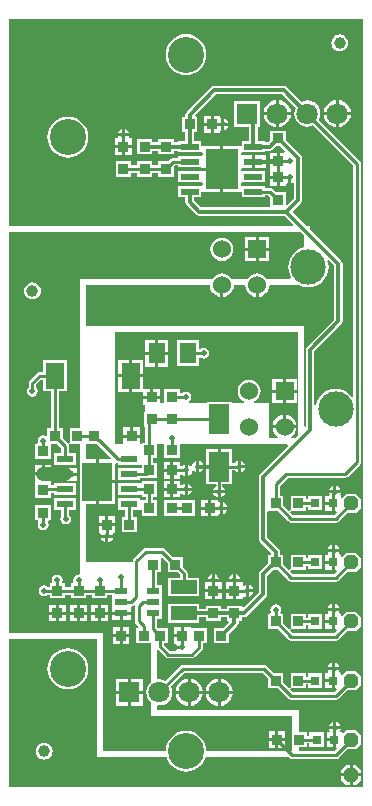
<source format=gtl>
G04*
G04 #@! TF.GenerationSoftware,Altium Limited,Altium Designer,20.0.11 (256)*
G04*
G04 Layer_Physical_Order=1*
G04 Layer_Color=255*
%FSLAX44Y44*%
%MOMM*%
G71*
G01*
G75*
%ADD11C,0.2500*%
%ADD14C,0.3000*%
%ADD16R,1.4400X1.8200*%
%ADD17R,0.9000X0.9000*%
%ADD18R,0.9000X0.9500*%
%ADD19R,2.5100X3.3000*%
%ADD20R,1.4500X0.6000*%
%ADD21R,1.6000X2.2000*%
%ADD22R,0.9000X0.9000*%
%ADD23R,1.7000X2.5000*%
%ADD24C,1.0000*%
%ADD25R,1.1000X0.6000*%
%ADD26R,2.2200X1.2000*%
%ADD27R,2.7100X3.4000*%
%ADD28R,1.5500X0.6000*%
%ADD50C,0.5000*%
%ADD51R,0.8000X0.8000*%
%ADD52C,1.2000*%
%ADD53C,3.0480*%
%ADD54C,3.0000*%
%ADD55R,1.5300X1.5300*%
%ADD56C,1.5300*%
%ADD57P,1.2989X8X292.5*%
%ADD58P,1.2989X8X202.5*%
%ADD59C,1.8000*%
%ADD60R,1.8000X1.8000*%
G36*
X233740Y538213D02*
X233254Y537040D01*
X229270D01*
Y530000D01*
X228000D01*
Y528730D01*
X220960D01*
Y522960D01*
Y517270D01*
X228000D01*
Y516000D01*
X229270D01*
Y508960D01*
X235040D01*
Y510505D01*
X236310Y511197D01*
X236730Y511114D01*
Y516000D01*
X239270D01*
Y511114D01*
X239967Y511252D01*
X240311Y511483D01*
X241431Y510884D01*
Y498478D01*
X235673Y492720D01*
X234500Y493206D01*
Y503500D01*
X226186D01*
X223393Y506293D01*
X222318Y507011D01*
X221050Y507264D01*
X216793D01*
Y508950D01*
X197403D01*
X197293Y508950D01*
X196133Y509216D01*
Y511385D01*
X197293Y511650D01*
X197403Y511650D01*
X216793D01*
Y521650D01*
X197403D01*
X197293Y521650D01*
X196728Y521779D01*
X196481Y522652D01*
X197310Y523810D01*
X205772D01*
Y529350D01*
Y534890D01*
X197310D01*
X196481Y536048D01*
X196728Y536921D01*
X197293Y537050D01*
X197403Y537050D01*
X216793D01*
Y538481D01*
X221050D01*
X222416Y538753D01*
X223573Y539527D01*
X226547Y542500D01*
X229453D01*
X233740Y538213D01*
D02*
G37*
G36*
X250000Y466953D02*
Y456673D01*
X247063Y455782D01*
X244110Y454203D01*
X241521Y452079D01*
X239397Y449490D01*
X237818Y446537D01*
X236846Y443333D01*
X236518Y440000D01*
X236846Y436668D01*
X237818Y433463D01*
X238990Y431270D01*
X238229Y430000D01*
X218727D01*
X217283Y431883D01*
X215267Y433429D01*
X212919Y434402D01*
X210400Y434733D01*
X207881Y434402D01*
X205533Y433429D01*
X203518Y431883D01*
X202073Y430000D01*
X188727D01*
X187283Y431883D01*
X185267Y433429D01*
X182919Y434402D01*
X180400Y434733D01*
X177881Y434402D01*
X175533Y433429D01*
X173517Y431883D01*
X172073Y430000D01*
X60000D01*
Y303500D01*
X51500D01*
Y291729D01*
X51500Y291680D01*
X51500Y291680D01*
Y291652D01*
X50249Y290604D01*
X49972Y290650D01*
X49843Y290843D01*
X45500Y295186D01*
Y303500D01*
X42314D01*
Y335000D01*
X49000D01*
Y361000D01*
X29000D01*
Y351314D01*
X26000D01*
X24732Y351061D01*
X23657Y350343D01*
X17657Y344343D01*
X16939Y343268D01*
X16686Y342000D01*
Y338140D01*
X15761Y336756D01*
X15412Y335000D01*
X15761Y333244D01*
X16756Y331756D01*
X18244Y330761D01*
X20000Y330412D01*
X21756Y330761D01*
X23244Y331756D01*
X24239Y333244D01*
X24588Y335000D01*
X24239Y336756D01*
X23314Y338140D01*
Y340628D01*
X27373Y344686D01*
X29000D01*
Y335000D01*
X35686D01*
Y303500D01*
X32500D01*
Y297601D01*
X31230Y296922D01*
X30756Y297239D01*
X29000Y297588D01*
X27244Y297239D01*
X25756Y296244D01*
X24761Y294756D01*
X24412Y293000D01*
X24657Y291770D01*
X23847Y290500D01*
X22500D01*
Y277500D01*
X35500D01*
Y290500D01*
X36770Y290500D01*
X40814D01*
X44186Y287127D01*
Y282400D01*
X38250D01*
Y272400D01*
X56750D01*
Y282400D01*
X50814D01*
Y288500D01*
X50629Y289429D01*
X51018Y290090D01*
X51537Y290456D01*
X52415Y290500D01*
X52708Y290500D01*
X60000D01*
Y180684D01*
X59026Y179616D01*
X58908Y179570D01*
X57244Y179239D01*
X55756Y178244D01*
X54761Y176756D01*
X54412Y175000D01*
X54657Y173770D01*
X53847Y172500D01*
X52500D01*
Y169314D01*
X47500D01*
Y172500D01*
X46153D01*
X45343Y173770D01*
X45588Y175000D01*
X45239Y176756D01*
X44244Y178244D01*
X42756Y179239D01*
X41000Y179588D01*
X39244Y179239D01*
X37756Y178244D01*
X36761Y176756D01*
X36412Y175000D01*
X36656Y173770D01*
X35847Y172500D01*
X34500D01*
Y169314D01*
X33140D01*
X31756Y170239D01*
X30000Y170588D01*
X28244Y170239D01*
X26756Y169244D01*
X25761Y167756D01*
X25412Y166000D01*
X25761Y164244D01*
X26756Y162756D01*
X28244Y161761D01*
X30000Y161412D01*
X31756Y161761D01*
X33140Y162686D01*
X34500D01*
Y159500D01*
X47500D01*
Y162686D01*
X52500D01*
Y159500D01*
X65500D01*
Y162686D01*
X70500D01*
Y159500D01*
X83500D01*
Y162686D01*
X87500D01*
Y152540D01*
X86960D01*
Y148270D01*
X95000D01*
X103040D01*
Y152540D01*
X104001Y153286D01*
X104768Y153439D01*
X105588Y153986D01*
X106376Y153621D01*
X106738Y153257D01*
X106686Y153000D01*
Y140000D01*
X106939Y138732D01*
X107657Y137657D01*
X109544Y135770D01*
X109018Y134500D01*
X107500D01*
Y121500D01*
X120000D01*
Y88264D01*
X119455Y87845D01*
X117691Y85548D01*
X116583Y82872D01*
X116205Y80000D01*
X116583Y77128D01*
X117691Y74453D01*
X119455Y72155D01*
X120000Y71736D01*
Y60000D01*
X240000D01*
Y46500D01*
X239500D01*
Y33500D01*
X240000D01*
Y30000D01*
X167323D01*
X166991Y33380D01*
X166005Y36629D01*
X164404Y39624D01*
X162250Y42249D01*
X159624Y44404D01*
X156629Y46005D01*
X153380Y46990D01*
X150000Y47323D01*
X146620Y46990D01*
X143371Y46005D01*
X140376Y44404D01*
X137751Y42249D01*
X135596Y39624D01*
X133995Y36629D01*
X133010Y33380D01*
X132677Y30000D01*
X80000D01*
X80000Y130000D01*
X-0D01*
X0Y470000D01*
X246953D01*
X250000Y466953D01*
D02*
G37*
G36*
X275431Y441522D02*
Y395478D01*
X252477Y372523D01*
X251703Y371366D01*
X251431Y370000D01*
Y304988D01*
X251270Y304880D01*
X250000Y305559D01*
Y390000D01*
X65000D01*
Y425000D01*
X170122D01*
X170472Y422340D01*
X171499Y419861D01*
X173132Y417732D01*
X175261Y416099D01*
X177740Y415072D01*
X179130Y414889D01*
Y425000D01*
X181670D01*
Y414889D01*
X183060Y415072D01*
X185539Y416099D01*
X187668Y417732D01*
X189301Y419861D01*
X190328Y422340D01*
X190678Y425000D01*
X200122D01*
X200472Y422340D01*
X201499Y419861D01*
X203132Y417732D01*
X205261Y416099D01*
X207740Y415072D01*
X209130Y414889D01*
Y425000D01*
X211670D01*
Y414889D01*
X213060Y415072D01*
X215539Y416099D01*
X217668Y417732D01*
X219301Y419861D01*
X220328Y422340D01*
X220678Y425000D01*
X245600D01*
X247063Y424218D01*
X250267Y423246D01*
X253600Y422918D01*
X256933Y423246D01*
X260137Y424218D01*
X263090Y425797D01*
X265679Y427921D01*
X267803Y430510D01*
X269382Y433463D01*
X270354Y436668D01*
X270682Y440000D01*
X270354Y443333D01*
X269714Y445443D01*
X270837Y446117D01*
X275431Y441522D01*
D02*
G37*
G36*
X245000Y297547D02*
X242453Y295000D01*
X239099D01*
X238909Y295373D01*
X238762Y296270D01*
X240668Y297732D01*
X242301Y299861D01*
X243328Y302340D01*
X243511Y303730D01*
X233400D01*
X223289D01*
X223472Y302340D01*
X224499Y299861D01*
X226132Y297732D01*
X228038Y296270D01*
X227891Y295373D01*
X227701Y295000D01*
X220000D01*
X220000Y325000D01*
X207793D01*
X207540Y326270D01*
X208267Y326571D01*
X210282Y328118D01*
X211829Y330133D01*
X212802Y332481D01*
X213133Y335000D01*
X212802Y337519D01*
X211829Y339867D01*
X210282Y341883D01*
X208267Y343429D01*
X205919Y344402D01*
X203400Y344733D01*
X200881Y344402D01*
X198533Y343429D01*
X196518Y341883D01*
X194971Y339867D01*
X193998Y337519D01*
X193667Y335000D01*
X193998Y332481D01*
X194971Y330133D01*
X196518Y328118D01*
X198533Y326571D01*
X199259Y326270D01*
X199007Y325000D01*
X188500D01*
Y325500D01*
X167500D01*
Y325000D01*
X152903D01*
X152517Y326270D01*
X153244Y326756D01*
X154239Y328244D01*
X154588Y330000D01*
X154239Y331756D01*
X153244Y333244D01*
X151756Y334239D01*
X150000Y334588D01*
X148244Y334239D01*
X146860Y333314D01*
X144500D01*
Y336500D01*
X131500D01*
Y325000D01*
X128040D01*
Y328730D01*
X121000D01*
X113960D01*
Y322960D01*
X115000D01*
Y317500D01*
X114500D01*
Y304500D01*
X115000D01*
Y291500D01*
X112500D01*
Y290000D01*
X111040D01*
Y295730D01*
X104000D01*
X96960D01*
Y290000D01*
X90000D01*
Y385000D01*
X245000D01*
X245000Y297547D01*
D02*
G37*
G36*
X300000Y0D02*
X0D01*
X-0Y125000D01*
X75000D01*
X75000Y25000D01*
X133501D01*
X133995Y23371D01*
X135596Y20376D01*
X137751Y17751D01*
X140376Y15596D01*
X143371Y13995D01*
X146620Y13009D01*
X150000Y12677D01*
X153380Y13009D01*
X156629Y13995D01*
X159624Y15596D01*
X162250Y17751D01*
X164404Y20376D01*
X166005Y23371D01*
X166499Y25000D01*
X237314D01*
X237657Y24657D01*
X238732Y23939D01*
X240000Y23686D01*
X277000D01*
X278268Y23939D01*
X279343Y24657D01*
X286686Y32000D01*
X294000D01*
X298000Y36000D01*
Y44000D01*
X294000Y48000D01*
X286000D01*
X283213Y45213D01*
X282040Y45699D01*
Y46540D01*
X281097D01*
X280498Y47660D01*
X280748Y48033D01*
X280886Y48730D01*
X271114D01*
X271252Y48033D01*
X271502Y47660D01*
X270903Y46540D01*
X268960D01*
Y41270D01*
X275500D01*
Y40000D01*
X276770D01*
Y33460D01*
X277115D01*
X277600Y32287D01*
X275627Y30314D01*
X246000D01*
Y33500D01*
X252500D01*
Y36686D01*
X254500D01*
Y34000D01*
X266500D01*
Y46000D01*
X254500D01*
Y43314D01*
X252500D01*
Y46500D01*
X246000D01*
Y65000D01*
X125000D01*
Y68245D01*
X125955Y69082D01*
X127300Y68905D01*
X130172Y69283D01*
X132847Y70392D01*
X135145Y72155D01*
X136909Y74453D01*
X138017Y77128D01*
X138395Y80000D01*
X138017Y82872D01*
X137092Y85105D01*
X148673Y96686D01*
X214627D01*
X219500Y91814D01*
Y83500D01*
X227814D01*
X236657Y74657D01*
X237732Y73939D01*
X239000Y73686D01*
X277000D01*
X278268Y73939D01*
X279343Y74657D01*
X286686Y82000D01*
X294000D01*
X298000Y86000D01*
Y94000D01*
X294000Y98000D01*
X286000D01*
X282310Y94310D01*
X281040Y94748D01*
Y96540D01*
X280097D01*
X279498Y97660D01*
X279748Y98034D01*
X279886Y98730D01*
X270114D01*
X270252Y98034D01*
X270502Y97660D01*
X269903Y96540D01*
X267960D01*
Y91270D01*
X274500D01*
Y90000D01*
X275770D01*
Y83460D01*
X277114D01*
X277600Y82287D01*
X275627Y80314D01*
X240373D01*
X238425Y82261D01*
X238982Y83500D01*
X239570Y83500D01*
X251500D01*
Y86686D01*
X253500D01*
Y84000D01*
X265500D01*
Y96000D01*
X253500D01*
Y93314D01*
X251500D01*
Y96500D01*
X238500D01*
Y84658D01*
X238500Y83982D01*
X237261Y83425D01*
X232500Y88186D01*
Y96500D01*
X224186D01*
X218343Y102343D01*
X217268Y103061D01*
X216000Y103314D01*
X147300D01*
X146032Y103061D01*
X144957Y102343D01*
X132405Y89792D01*
X130172Y90717D01*
X127300Y91095D01*
X125955Y90918D01*
X125000Y91755D01*
Y115518D01*
X126270Y116044D01*
X132657Y109657D01*
X133732Y108939D01*
X135000Y108686D01*
X155000D01*
X156268Y108939D01*
X157343Y109657D01*
X163343Y115657D01*
X164061Y116732D01*
X164314Y118000D01*
Y121500D01*
X167500D01*
Y134500D01*
X155086D01*
X154040Y135040D01*
X154040Y135040D01*
X154040Y135040D01*
X148270D01*
Y128000D01*
X147000D01*
Y126730D01*
X139960D01*
Y120960D01*
X141505D01*
X142198Y119690D01*
X142114Y119270D01*
X147000D01*
Y116730D01*
X142114D01*
X142143Y116584D01*
X141322Y115314D01*
X136373D01*
X131456Y120230D01*
X131658Y121500D01*
X134500D01*
Y134500D01*
X126186D01*
X125314Y135372D01*
Y142000D01*
X129500D01*
Y151500D01*
Y161000D01*
Y171000D01*
X125314D01*
Y181500D01*
X128500D01*
Y194018D01*
X129739Y194575D01*
X134500Y189814D01*
Y181500D01*
X142814D01*
X144686Y179627D01*
Y177200D01*
X134900D01*
Y161200D01*
X161100D01*
Y177200D01*
X151314D01*
Y181000D01*
X151061Y182268D01*
X150343Y183343D01*
X147500Y186186D01*
Y194500D01*
X139186D01*
X132343Y201343D01*
X131268Y202061D01*
X130000Y202314D01*
X116000D01*
X114732Y202061D01*
X113657Y201343D01*
X105657Y193343D01*
X104939Y192268D01*
X104686Y191000D01*
Y190000D01*
X65000D01*
Y239310D01*
X73480D01*
Y258350D01*
Y277390D01*
X65000D01*
Y290000D01*
X74814D01*
X86250Y278563D01*
X85764Y277390D01*
X76020D01*
Y259620D01*
X89840D01*
Y273590D01*
X91024Y274286D01*
X91110Y274283D01*
X92100Y274086D01*
X92750D01*
Y272400D01*
X111250D01*
Y272400D01*
X112500Y272352D01*
Y269748D01*
X111250Y269700D01*
Y269700D01*
X92750D01*
Y259700D01*
X111250D01*
Y261386D01*
X115700D01*
X116271Y261500D01*
X125500D01*
Y274500D01*
X122314D01*
Y278500D01*
X125500D01*
Y290000D01*
X131500D01*
Y278500D01*
X144500D01*
Y290000D01*
X235794Y290000D01*
X236280Y288827D01*
X212477Y265023D01*
X211703Y263866D01*
X211431Y262500D01*
Y210000D01*
X211703Y208634D01*
X212477Y207477D01*
X222183Y197770D01*
X221832Y196500D01*
X219500D01*
Y189539D01*
X219477Y189523D01*
X212477Y182523D01*
X211703Y181366D01*
X211431Y180000D01*
Y164478D01*
X198770Y151817D01*
X197500Y152343D01*
Y153500D01*
X184500D01*
Y150569D01*
X179500D01*
Y153500D01*
X166500D01*
Y150569D01*
X161100D01*
Y155000D01*
X134900D01*
Y139000D01*
X161100D01*
Y143431D01*
X166500D01*
Y140500D01*
X179500D01*
Y143431D01*
X184500D01*
Y140500D01*
X185657D01*
X186183Y139230D01*
X181453Y134500D01*
X173500D01*
Y121500D01*
X186500D01*
Y129453D01*
X193523Y136477D01*
X194297Y137634D01*
X194569Y139000D01*
Y140500D01*
X197500D01*
Y143431D01*
X199000D01*
X200366Y143703D01*
X201523Y144477D01*
X217523Y160477D01*
X218297Y161634D01*
X218569Y163000D01*
Y178522D01*
X223547Y183500D01*
X227814D01*
X236657Y174657D01*
X237732Y173939D01*
X239000Y173686D01*
X277000D01*
X278268Y173939D01*
X279343Y174657D01*
X286686Y182000D01*
X294000D01*
X298000Y186000D01*
Y194000D01*
X294000Y198000D01*
X286000D01*
X282310Y194310D01*
X281040Y194748D01*
Y196540D01*
X280097D01*
X279498Y197660D01*
X279748Y198034D01*
X279886Y198730D01*
X270114D01*
X270252Y198034D01*
X270502Y197660D01*
X269903Y196540D01*
X267960D01*
Y191270D01*
X274500D01*
Y190000D01*
X275770D01*
Y183460D01*
X277114D01*
X277600Y182287D01*
X275627Y180314D01*
X240373D01*
X238425Y182261D01*
X238982Y183500D01*
X239570Y183500D01*
X251500D01*
Y186686D01*
X253500D01*
Y184000D01*
X265500D01*
Y196000D01*
X253500D01*
Y193314D01*
X251500D01*
Y196500D01*
X238500D01*
Y184658D01*
X238500Y183982D01*
X237261Y183425D01*
X232500Y188186D01*
Y196500D01*
X229569D01*
Y199000D01*
X229297Y200366D01*
X228523Y201523D01*
X218569Y211478D01*
Y232683D01*
X219500Y233500D01*
X219839Y233500D01*
X227814D01*
X236657Y224657D01*
X237732Y223939D01*
X239000Y223686D01*
X277000D01*
X278268Y223939D01*
X279343Y224657D01*
X286686Y232000D01*
X294000D01*
X298000Y236000D01*
Y244000D01*
X294000Y248000D01*
X286000D01*
X282310Y244310D01*
X281040Y244748D01*
Y246540D01*
X281040D01*
X280466Y247613D01*
X280748Y248034D01*
X280886Y248730D01*
X271114D01*
X271252Y248034D01*
X271502Y247660D01*
X270903Y246540D01*
X267960D01*
Y241270D01*
X274500D01*
Y240000D01*
X275770D01*
Y233460D01*
X277115D01*
X277600Y232287D01*
X275627Y230314D01*
X240373D01*
X238425Y232261D01*
X238982Y233500D01*
X239570Y233500D01*
X251500D01*
Y236686D01*
X253500D01*
Y234000D01*
X265500D01*
Y246000D01*
X253500D01*
Y243314D01*
X251500D01*
Y246500D01*
X238500D01*
Y234658D01*
X238500Y233982D01*
X237261Y233425D01*
X232500Y238186D01*
Y246500D01*
X229314D01*
Y254627D01*
X236373Y261686D01*
X285000D01*
X286268Y261939D01*
X287343Y262657D01*
X297343Y272657D01*
X298061Y273732D01*
X298314Y275000D01*
Y527700D01*
X298061Y528968D01*
X297343Y530043D01*
X262492Y564895D01*
X263417Y567128D01*
X263795Y570000D01*
X263417Y572872D01*
X262309Y575547D01*
X260545Y577845D01*
X258247Y579608D01*
X255572Y580717D01*
X252700Y581095D01*
X249828Y580717D01*
X247850Y579897D01*
X235223Y592523D01*
X234066Y593297D01*
X232700Y593569D01*
X174000D01*
X172634Y593297D01*
X171477Y592523D01*
X150477Y571523D01*
X149703Y570366D01*
X149431Y569000D01*
Y567500D01*
X146500D01*
Y554500D01*
X149474D01*
Y547050D01*
X143293D01*
Y545619D01*
X139500D01*
Y548500D01*
X126500D01*
Y545569D01*
X121500D01*
Y548500D01*
X108500D01*
Y535500D01*
X121500D01*
Y538431D01*
X126500D01*
Y535500D01*
X139500D01*
Y538481D01*
X143293D01*
Y537050D01*
X162683D01*
X162793Y537050D01*
X163953Y536785D01*
Y534616D01*
X162793Y534350D01*
X162683Y534350D01*
X143293D01*
Y532664D01*
X139350D01*
X138082Y532411D01*
X137007Y531693D01*
X134814Y529500D01*
X126500D01*
Y526314D01*
X121500D01*
Y529500D01*
X108500D01*
Y526314D01*
X103500D01*
Y529500D01*
X90500D01*
Y516500D01*
X103500D01*
Y519686D01*
X108500D01*
Y516500D01*
X121500D01*
Y519686D01*
X126500D01*
Y516500D01*
X139500D01*
Y524814D01*
X140723Y526036D01*
X143293D01*
Y524350D01*
X162683D01*
X162793Y524350D01*
X163142Y524270D01*
X178773D01*
Y542540D01*
X164063D01*
X163953Y542540D01*
X162793Y542805D01*
Y547050D01*
X156611D01*
Y554500D01*
X159500D01*
Y567500D01*
X158343D01*
X157817Y568770D01*
X175478Y586431D01*
X231222D01*
X242803Y574850D01*
X241983Y572872D01*
X241605Y570000D01*
X241983Y567128D01*
X243092Y564453D01*
X244855Y562155D01*
X247153Y560392D01*
X249828Y559283D01*
X252700Y558905D01*
X255572Y559283D01*
X257805Y560208D01*
X291686Y526327D01*
Y330416D01*
X290416Y329962D01*
X288679Y332079D01*
X286090Y334203D01*
X283137Y335782D01*
X279933Y336754D01*
X276600Y337082D01*
X273267Y336754D01*
X270063Y335782D01*
X267110Y334203D01*
X264521Y332079D01*
X262397Y329490D01*
X260818Y326537D01*
X259846Y323333D01*
X259839Y323257D01*
X258569Y323320D01*
Y368522D01*
X281523Y391477D01*
X282297Y392634D01*
X282569Y394000D01*
Y443000D01*
X282297Y444366D01*
X281523Y445523D01*
X255000Y472047D01*
Y475000D01*
X252047D01*
X240047Y487000D01*
X247523Y494477D01*
X248297Y495634D01*
X248569Y497000D01*
Y532000D01*
X248297Y533366D01*
X247523Y534523D01*
X234500Y547547D01*
Y555500D01*
X221500D01*
Y547547D01*
X219572Y545619D01*
X216793D01*
Y547050D01*
X210611D01*
Y559000D01*
X212900D01*
Y581000D01*
X190900D01*
Y559000D01*
X203474D01*
Y547050D01*
X197293D01*
Y542805D01*
X196133Y542540D01*
X196022Y542540D01*
X181313D01*
Y523000D01*
Y503460D01*
X196022D01*
X196133Y503460D01*
X197293Y503195D01*
Y498950D01*
X216793D01*
Y500636D01*
X219678D01*
X221500Y498814D01*
Y490569D01*
X162478D01*
X156611Y496436D01*
Y498950D01*
X162793D01*
Y503195D01*
X163953Y503460D01*
X164063Y503460D01*
X178773D01*
Y521730D01*
X163142D01*
X162793Y521650D01*
X162683Y521650D01*
X143293D01*
Y511650D01*
X162683D01*
X162793Y511650D01*
X163953Y511385D01*
Y509216D01*
X162793Y508950D01*
X162683Y508950D01*
X143293D01*
Y498950D01*
X149474D01*
Y494957D01*
X149746Y493592D01*
X150519Y492434D01*
X158477Y484477D01*
X159634Y483703D01*
X161000Y483431D01*
X233522D01*
X240780Y476173D01*
X240294Y475000D01*
X0D01*
Y650000D01*
X300000D01*
Y0D01*
D02*
G37*
%LPC*%
G36*
X226730Y537040D02*
X220960D01*
Y531270D01*
X226730D01*
Y537040D01*
D02*
G37*
G36*
X208312Y534890D02*
Y530620D01*
X217333D01*
Y534890D01*
X208312D01*
D02*
G37*
G36*
X217333Y528080D02*
X208312D01*
Y523810D01*
X217333D01*
Y528080D01*
D02*
G37*
G36*
X226730Y514730D02*
X220960D01*
Y508960D01*
X226730D01*
Y514730D01*
D02*
G37*
G36*
X220590Y465190D02*
X211670D01*
Y456270D01*
X220590D01*
Y465190D01*
D02*
G37*
G36*
X209130D02*
X200210D01*
Y456270D01*
X209130D01*
Y465190D01*
D02*
G37*
G36*
X180400Y464733D02*
X177881Y464402D01*
X175533Y463429D01*
X173517Y461883D01*
X171971Y459867D01*
X170998Y457519D01*
X170667Y455000D01*
X170998Y452481D01*
X171971Y450133D01*
X173517Y448118D01*
X175533Y446571D01*
X177881Y445598D01*
X180400Y445267D01*
X182919Y445598D01*
X185267Y446571D01*
X187283Y448118D01*
X188829Y450133D01*
X189802Y452481D01*
X190133Y455000D01*
X189802Y457519D01*
X188829Y459867D01*
X187283Y461883D01*
X185267Y463429D01*
X182919Y464402D01*
X180400Y464733D01*
D02*
G37*
G36*
X220590Y453730D02*
X211670D01*
Y444810D01*
X220590D01*
Y453730D01*
D02*
G37*
G36*
X209130D02*
X200210D01*
Y444810D01*
X209130D01*
Y453730D01*
D02*
G37*
G36*
X20000Y427060D02*
X18173Y426820D01*
X16470Y426115D01*
X15007Y424992D01*
X13886Y423530D01*
X13180Y421827D01*
X12940Y420000D01*
X13180Y418173D01*
X13886Y416470D01*
X15007Y415008D01*
X16470Y413885D01*
X18173Y413180D01*
X20000Y412940D01*
X21827Y413180D01*
X23530Y413885D01*
X24992Y415008D01*
X26114Y416470D01*
X26820Y418173D01*
X27060Y420000D01*
X26820Y421827D01*
X26114Y423530D01*
X24992Y424992D01*
X23530Y426115D01*
X21827Y426820D01*
X20000Y427060D01*
D02*
G37*
G36*
X36040Y272040D02*
X30270D01*
Y266270D01*
X36040D01*
Y272040D01*
D02*
G37*
G36*
X27730D02*
X21960D01*
Y266270D01*
X27730D01*
Y272040D01*
D02*
G37*
G36*
X57290Y270240D02*
X48770D01*
Y265970D01*
X57290D01*
Y270240D01*
D02*
G37*
G36*
X46230D02*
X37710D01*
Y265970D01*
X46230D01*
Y270240D01*
D02*
G37*
G36*
X57290Y263430D02*
X48770D01*
Y259160D01*
X57290D01*
Y263430D01*
D02*
G37*
G36*
X46230D02*
X37710D01*
Y259160D01*
X46230D01*
Y263430D01*
D02*
G37*
G36*
X36040Y263730D02*
X21960D01*
Y257960D01*
X22500Y256914D01*
X22500Y256690D01*
Y244500D01*
X35500D01*
Y248686D01*
X38250D01*
Y247000D01*
X56750D01*
Y257000D01*
X38250D01*
Y255314D01*
X36398D01*
X35500Y256212D01*
X35500Y256914D01*
X36040Y257960D01*
X36040Y258546D01*
Y263730D01*
D02*
G37*
G36*
X56750Y244300D02*
X38250D01*
Y234300D01*
X44186D01*
Y229392D01*
X43761Y228756D01*
X43412Y227000D01*
X43761Y225244D01*
X44756Y223756D01*
X46244Y222761D01*
X48000Y222412D01*
X49756Y222761D01*
X51244Y223756D01*
X52239Y225244D01*
X52588Y227000D01*
X52239Y228756D01*
X51244Y230244D01*
X50814Y230532D01*
Y234300D01*
X56750D01*
Y244300D01*
D02*
G37*
G36*
X35500Y238500D02*
X22500D01*
Y225500D01*
X24399D01*
X25078Y224230D01*
X24761Y223756D01*
X24412Y222000D01*
X24761Y220244D01*
X25756Y218756D01*
X27244Y217761D01*
X29000Y217412D01*
X30756Y217761D01*
X32244Y218756D01*
X33239Y220244D01*
X33588Y222000D01*
X33239Y223756D01*
X32922Y224230D01*
X33601Y225500D01*
X35500D01*
Y238500D01*
D02*
G37*
G36*
X84040Y154040D02*
X78270D01*
Y148270D01*
X84040D01*
Y154040D01*
D02*
G37*
G36*
X75730D02*
X69960D01*
Y148270D01*
X75730D01*
Y154040D01*
D02*
G37*
G36*
X66040D02*
X60270D01*
Y148270D01*
X66040D01*
Y154040D01*
D02*
G37*
G36*
X57730D02*
X51960D01*
Y148270D01*
X57730D01*
Y154040D01*
D02*
G37*
G36*
X48040D02*
X42270D01*
Y148270D01*
X48040D01*
Y154040D01*
D02*
G37*
G36*
X39730D02*
X33960D01*
Y148270D01*
X39730D01*
Y154040D01*
D02*
G37*
G36*
X103040Y145730D02*
X96270D01*
Y141460D01*
X103040D01*
Y145730D01*
D02*
G37*
G36*
X93730D02*
X86960D01*
Y141460D01*
X93730D01*
Y145730D01*
D02*
G37*
G36*
X84040D02*
X78270D01*
Y139960D01*
X84040D01*
Y145730D01*
D02*
G37*
G36*
X75730D02*
X69960D01*
Y139960D01*
X75730D01*
Y145730D01*
D02*
G37*
G36*
X66040D02*
X60270D01*
Y139960D01*
X66040D01*
Y145730D01*
D02*
G37*
G36*
X57730D02*
X51960D01*
Y139960D01*
X57730D01*
Y145730D01*
D02*
G37*
G36*
X48040D02*
X42270D01*
Y139960D01*
X48040D01*
Y145730D01*
D02*
G37*
G36*
X39730D02*
X33960D01*
Y139960D01*
X39730D01*
Y145730D01*
D02*
G37*
G36*
X102040Y135040D02*
X96270D01*
Y129270D01*
X102040D01*
Y135040D01*
D02*
G37*
G36*
X93730D02*
X87960D01*
Y129270D01*
X93730D01*
Y135040D01*
D02*
G37*
G36*
X102040Y126730D02*
X96270D01*
Y120960D01*
X102040D01*
Y126730D01*
D02*
G37*
G36*
X93730D02*
X87960D01*
Y120960D01*
X93730D01*
Y126730D01*
D02*
G37*
G36*
X113440Y91540D02*
X103170D01*
Y81270D01*
X113440D01*
Y91540D01*
D02*
G37*
G36*
X100630D02*
X90360D01*
Y81270D01*
X100630D01*
Y91540D01*
D02*
G37*
G36*
X113440Y78730D02*
X103170D01*
Y68460D01*
X113440D01*
Y78730D01*
D02*
G37*
G36*
X100630D02*
X90360D01*
Y68460D01*
X100630D01*
Y78730D01*
D02*
G37*
G36*
X234040Y47040D02*
X228270D01*
Y41270D01*
X234040D01*
Y47040D01*
D02*
G37*
G36*
X225730D02*
X219960D01*
Y41270D01*
X225730D01*
Y47040D01*
D02*
G37*
G36*
X234040Y38730D02*
X228270D01*
Y32960D01*
X234040D01*
Y38730D01*
D02*
G37*
G36*
X225730D02*
X219960D01*
Y32960D01*
X225730D01*
Y38730D01*
D02*
G37*
G36*
X134740Y378640D02*
X126270D01*
Y368270D01*
X134740D01*
Y378640D01*
D02*
G37*
G36*
X123730D02*
X115260D01*
Y368270D01*
X123730D01*
Y378640D01*
D02*
G37*
G36*
X160920Y378100D02*
X142520D01*
Y355900D01*
X160920D01*
Y362980D01*
X162190Y363465D01*
X163244Y362761D01*
X165000Y362412D01*
X166756Y362761D01*
X168244Y363756D01*
X169239Y365244D01*
X169588Y367000D01*
X169239Y368756D01*
X168244Y370244D01*
X166756Y371239D01*
X165000Y371588D01*
X163244Y371239D01*
X162190Y370535D01*
X160920Y371020D01*
Y378100D01*
D02*
G37*
G36*
X134740Y365730D02*
X126270D01*
Y355360D01*
X134740D01*
Y365730D01*
D02*
G37*
G36*
X123730D02*
X115260D01*
Y355360D01*
X123730D01*
Y365730D01*
D02*
G37*
G36*
X113540Y361540D02*
X104270D01*
Y349270D01*
X113540D01*
Y361540D01*
D02*
G37*
G36*
X101730D02*
X92460D01*
Y349270D01*
X101730D01*
Y361540D01*
D02*
G37*
G36*
X243590Y345190D02*
X234670D01*
Y336270D01*
X243590D01*
Y345190D01*
D02*
G37*
G36*
X232130D02*
X223210D01*
Y336270D01*
X232130D01*
Y345190D01*
D02*
G37*
G36*
X101730Y346730D02*
X92460D01*
Y334460D01*
X101730D01*
Y346730D01*
D02*
G37*
G36*
X122270Y337040D02*
Y331270D01*
X128040D01*
Y337040D01*
X122270D01*
D02*
G37*
G36*
X113540Y346730D02*
X104270D01*
Y334460D01*
X112690D01*
X113540Y334460D01*
X113960Y333364D01*
Y331270D01*
X119730D01*
Y337040D01*
X114810D01*
X113960Y337040D01*
X113540Y338136D01*
Y346730D01*
D02*
G37*
G36*
X243590Y333730D02*
X234670D01*
Y324810D01*
X243590D01*
Y333730D01*
D02*
G37*
G36*
X232130D02*
X223210D01*
Y324810D01*
X232130D01*
Y333730D01*
D02*
G37*
G36*
X234670Y315111D02*
Y306270D01*
X243511D01*
X243328Y307660D01*
X242301Y310139D01*
X240668Y312268D01*
X238539Y313901D01*
X236060Y314928D01*
X234670Y315111D01*
D02*
G37*
G36*
X232130D02*
X230740Y314928D01*
X228261Y313901D01*
X226132Y312268D01*
X224499Y310139D01*
X223472Y307660D01*
X223289Y306270D01*
X232130D01*
Y315111D01*
D02*
G37*
G36*
X111040Y304290D02*
X105270D01*
Y298270D01*
X111040D01*
Y304290D01*
D02*
G37*
G36*
X102730D02*
X96960D01*
Y298270D01*
X102730D01*
Y304290D01*
D02*
G37*
G36*
X280000Y637060D02*
X278173Y636820D01*
X276470Y636115D01*
X275008Y634992D01*
X273885Y633530D01*
X273180Y631827D01*
X272940Y630000D01*
X273180Y628173D01*
X273885Y626470D01*
X275008Y625008D01*
X276470Y623885D01*
X278173Y623180D01*
X280000Y622940D01*
X281827Y623180D01*
X283530Y623885D01*
X284992Y625008D01*
X286115Y626470D01*
X286820Y628173D01*
X287060Y630000D01*
X286820Y631827D01*
X286115Y633530D01*
X284992Y634992D01*
X283530Y636115D01*
X281827Y636820D01*
X280000Y637060D01*
D02*
G37*
G36*
X150000Y637323D02*
X146620Y636991D01*
X143371Y636005D01*
X140376Y634404D01*
X137751Y632249D01*
X135596Y629624D01*
X133995Y626629D01*
X133010Y623380D01*
X132677Y620000D01*
X133010Y616620D01*
X133995Y613371D01*
X135596Y610376D01*
X137751Y607751D01*
X140376Y605596D01*
X143371Y603995D01*
X146620Y603009D01*
X150000Y602677D01*
X153380Y603009D01*
X156629Y603995D01*
X159624Y605596D01*
X162250Y607751D01*
X164404Y610376D01*
X166005Y613371D01*
X166991Y616620D01*
X167323Y620000D01*
X166991Y623380D01*
X166005Y626629D01*
X164404Y629624D01*
X162250Y632249D01*
X159624Y634404D01*
X156629Y636005D01*
X153380Y636991D01*
X150000Y637323D01*
D02*
G37*
G36*
X228570Y581472D02*
Y571270D01*
X238772D01*
X238543Y573013D01*
X237380Y575820D01*
X235530Y578230D01*
X233120Y580080D01*
X230312Y581243D01*
X228570Y581472D01*
D02*
G37*
G36*
X279370D02*
Y571270D01*
X289572D01*
X289343Y573013D01*
X288180Y575820D01*
X286330Y578230D01*
X283920Y580080D01*
X281112Y581243D01*
X279370Y581472D01*
D02*
G37*
G36*
X226030Y581472D02*
X224287Y581243D01*
X221480Y580080D01*
X219070Y578230D01*
X217220Y575820D01*
X216057Y573013D01*
X215828Y571270D01*
X226030D01*
Y581472D01*
D02*
G37*
G36*
X276830D02*
X275088Y581243D01*
X272280Y580080D01*
X269870Y578230D01*
X268020Y575820D01*
X266857Y573013D01*
X266628Y571270D01*
X276830D01*
Y581472D01*
D02*
G37*
G36*
X182270Y565886D02*
Y562270D01*
X185886D01*
X185748Y562966D01*
X184634Y564634D01*
X182966Y565748D01*
X182270Y565886D01*
D02*
G37*
G36*
X170730Y568040D02*
X164960D01*
Y562270D01*
X170730D01*
Y568040D01*
D02*
G37*
G36*
X289572Y568730D02*
X279370D01*
Y558528D01*
X281112Y558757D01*
X283920Y559920D01*
X286330Y561770D01*
X288180Y564180D01*
X289343Y566987D01*
X289572Y568730D01*
D02*
G37*
G36*
X238772D02*
X228570D01*
Y558528D01*
X230312Y558757D01*
X233120Y559920D01*
X235530Y561770D01*
X237380Y564180D01*
X238543Y566987D01*
X238772Y568730D01*
D02*
G37*
G36*
X276830D02*
X266628D01*
X266857Y566987D01*
X268020Y564180D01*
X269870Y561770D01*
X272280Y559920D01*
X275088Y558757D01*
X276830Y558528D01*
Y568730D01*
D02*
G37*
G36*
X226030D02*
X215828D01*
X216057Y566987D01*
X217220Y564180D01*
X219070Y561770D01*
X221480Y559920D01*
X224287Y558757D01*
X226030Y558528D01*
Y568730D01*
D02*
G37*
G36*
X185886Y559730D02*
X182270D01*
Y556114D01*
X182966Y556252D01*
X184634Y557366D01*
X185748Y559034D01*
X185886Y559730D01*
D02*
G37*
G36*
X179040Y568040D02*
X173270D01*
Y561000D01*
Y553960D01*
X179040D01*
Y555250D01*
X179730Y555816D01*
Y561000D01*
Y566184D01*
X179040Y566750D01*
Y568040D01*
D02*
G37*
G36*
X170730Y559730D02*
X164960D01*
Y553960D01*
X170730D01*
Y559730D01*
D02*
G37*
G36*
X98270Y556886D02*
Y553270D01*
X101886D01*
X101748Y553966D01*
X100634Y555634D01*
X98967Y556748D01*
X98270Y556886D01*
D02*
G37*
G36*
X95730D02*
X95034Y556748D01*
X93366Y555634D01*
X92252Y553966D01*
X92114Y553270D01*
X95730D01*
Y556886D01*
D02*
G37*
G36*
X101886Y550730D02*
X92114D01*
X92198Y550310D01*
X91505Y549040D01*
X89960D01*
Y543270D01*
X104040D01*
Y549040D01*
X102495D01*
X101803Y550310D01*
X101886Y550730D01*
D02*
G37*
G36*
X104040Y540730D02*
X98270D01*
Y534960D01*
X104040D01*
Y540730D01*
D02*
G37*
G36*
X95730D02*
X89960D01*
Y534960D01*
X95730D01*
Y540730D01*
D02*
G37*
G36*
X50000Y567323D02*
X46620Y566991D01*
X43371Y566005D01*
X40376Y564404D01*
X37750Y562249D01*
X35596Y559624D01*
X33995Y556629D01*
X33010Y553380D01*
X32677Y550000D01*
X33010Y546620D01*
X33995Y543371D01*
X35596Y540376D01*
X37750Y537751D01*
X40376Y535596D01*
X43371Y533995D01*
X46620Y533009D01*
X50000Y532677D01*
X53380Y533009D01*
X56629Y533995D01*
X59624Y535596D01*
X62249Y537751D01*
X64404Y540376D01*
X66005Y543371D01*
X66990Y546620D01*
X67323Y550000D01*
X66990Y553380D01*
X66005Y556629D01*
X64404Y559624D01*
X62249Y562249D01*
X59624Y564404D01*
X56629Y566005D01*
X53380Y566991D01*
X50000Y567323D01*
D02*
G37*
G36*
X196270Y275886D02*
Y272270D01*
X199886D01*
X199748Y272966D01*
X198634Y274634D01*
X196966Y275748D01*
X196270Y275886D01*
D02*
G37*
G36*
X161270D02*
Y272270D01*
X164886D01*
X164748Y272966D01*
X163634Y274634D01*
X161966Y275748D01*
X161270Y275886D01*
D02*
G37*
G36*
X176730Y286040D02*
X166960D01*
Y272270D01*
X176730D01*
Y286040D01*
D02*
G37*
G36*
X158730Y275886D02*
X158034Y275748D01*
X156366Y274634D01*
X155252Y272966D01*
X155027Y271834D01*
X153679Y271566D01*
X153634Y271634D01*
X151966Y272748D01*
X151270Y272886D01*
Y268000D01*
Y263114D01*
X151966Y263252D01*
X153634Y264366D01*
X154748Y266033D01*
X154973Y267166D01*
X156321Y267434D01*
X156366Y267366D01*
X158034Y266252D01*
X158730Y266114D01*
Y271000D01*
Y275886D01*
D02*
G37*
G36*
X136730Y275040D02*
X130960D01*
Y269270D01*
X136730D01*
Y275040D01*
D02*
G37*
G36*
X199886Y269730D02*
X196270D01*
Y266114D01*
X196966Y266252D01*
X198634Y267366D01*
X199748Y269034D01*
X199886Y269730D01*
D02*
G37*
G36*
X189040Y286040D02*
X179270D01*
Y271000D01*
X178000D01*
Y269730D01*
X166960D01*
Y255960D01*
X175207D01*
X175959Y254783D01*
X175947Y254690D01*
X174366Y253634D01*
X173252Y251966D01*
X173114Y251270D01*
X182886D01*
X182748Y251966D01*
X181634Y253634D01*
X180053Y254690D01*
X180040Y254783D01*
X180793Y255960D01*
X189040D01*
Y268207D01*
X190217Y268960D01*
X190310Y268947D01*
X191366Y267366D01*
X193034Y266252D01*
X193730Y266114D01*
Y271000D01*
Y275886D01*
X193034Y275748D01*
X191366Y274634D01*
X190310Y273053D01*
X190217Y273040D01*
X189040Y273793D01*
Y286040D01*
D02*
G37*
G36*
X164886Y269730D02*
X161270D01*
Y266114D01*
X161966Y266252D01*
X163634Y267366D01*
X164748Y269034D01*
X164886Y269730D01*
D02*
G37*
G36*
X145040Y275040D02*
X139270D01*
Y268000D01*
Y260960D01*
X145040D01*
Y264065D01*
X146310Y264451D01*
X146366Y264366D01*
X148034Y263252D01*
X148730Y263114D01*
Y268000D01*
Y272886D01*
X148034Y272748D01*
X146366Y271634D01*
X146310Y271549D01*
X145040Y271935D01*
Y275040D01*
D02*
G37*
G36*
X136730Y266730D02*
X130960D01*
Y260960D01*
X136730D01*
Y266730D01*
D02*
G37*
G36*
X151270Y256886D02*
Y253270D01*
X154886D01*
X154748Y253967D01*
X153634Y255634D01*
X151966Y256748D01*
X151270Y256886D01*
D02*
G37*
G36*
X136730Y259040D02*
X130960D01*
Y253270D01*
X136730D01*
Y259040D01*
D02*
G37*
G36*
X277270Y254886D02*
Y251270D01*
X280886D01*
X280748Y251966D01*
X279634Y253634D01*
X277966Y254748D01*
X277270Y254886D01*
D02*
G37*
G36*
X274730D02*
X274034Y254748D01*
X272366Y253634D01*
X271252Y251966D01*
X271114Y251270D01*
X274730D01*
Y254886D01*
D02*
G37*
G36*
X154886Y250730D02*
X151270D01*
Y247114D01*
X151966Y247252D01*
X153634Y248366D01*
X154748Y250033D01*
X154886Y250730D01*
D02*
G37*
G36*
X145040Y259040D02*
X139270D01*
Y252000D01*
Y244960D01*
X145040D01*
Y248065D01*
X146310Y248451D01*
X146366Y248366D01*
X148034Y247252D01*
X148730Y247114D01*
Y252000D01*
Y256886D01*
X148034Y256748D01*
X146366Y255634D01*
X146310Y255549D01*
X145040Y255935D01*
Y259040D01*
D02*
G37*
G36*
X182886Y248730D02*
X179270D01*
Y245114D01*
X179967Y245252D01*
X181634Y246366D01*
X182748Y248034D01*
X182886Y248730D01*
D02*
G37*
G36*
X176730D02*
X173114D01*
X173252Y248034D01*
X174366Y246366D01*
X176033Y245252D01*
X176730Y245114D01*
Y248730D01*
D02*
G37*
G36*
X136730Y250730D02*
X130960D01*
Y244960D01*
X136730D01*
Y250730D01*
D02*
G37*
G36*
X125500Y258500D02*
X112500D01*
Y257048D01*
X111250Y257000D01*
Y257000D01*
X92750D01*
Y247000D01*
X111250D01*
Y247000D01*
X112500Y246952D01*
Y245500D01*
X115686D01*
Y242500D01*
X112520D01*
X112500Y242500D01*
X111250Y242548D01*
Y244300D01*
X92750D01*
Y234300D01*
X98686D01*
Y228500D01*
X95500D01*
Y215500D01*
X108500D01*
Y228500D01*
X105314D01*
Y234300D01*
X111230D01*
X111250Y234300D01*
X112500Y234252D01*
Y229500D01*
X125500D01*
Y242500D01*
X122314D01*
Y245500D01*
X125500D01*
Y258500D01*
D02*
G37*
G36*
X89840Y257080D02*
X76020D01*
Y239310D01*
X89840D01*
Y257080D01*
D02*
G37*
G36*
X168730Y243040D02*
X162960D01*
Y237270D01*
X168730D01*
Y243040D01*
D02*
G37*
G36*
X181270Y240886D02*
Y237270D01*
X184886D01*
X184748Y237966D01*
X183634Y239634D01*
X181966Y240748D01*
X181270Y240886D01*
D02*
G37*
G36*
X273230Y238730D02*
X267960D01*
Y233460D01*
X273230D01*
Y238730D01*
D02*
G37*
G36*
X184886Y234730D02*
X181270D01*
Y231114D01*
X181966Y231252D01*
X183634Y232366D01*
X184748Y234034D01*
X184886Y234730D01*
D02*
G37*
G36*
X177040Y243040D02*
X171270D01*
Y236000D01*
Y228960D01*
X177040D01*
Y230505D01*
X178310Y231197D01*
X178730Y231114D01*
Y236000D01*
Y240886D01*
X178310Y240803D01*
X177040Y241495D01*
Y243040D01*
D02*
G37*
G36*
X144500Y242500D02*
X144500Y242500D01*
X131500D01*
Y229500D01*
X143230D01*
X144500Y229500D01*
Y229500D01*
X144500D01*
Y229500D01*
X157500D01*
Y242500D01*
X145770D01*
X144500Y242500D01*
Y242500D01*
D02*
G37*
G36*
X168730Y234730D02*
X162960D01*
Y228960D01*
X168730D01*
Y234730D01*
D02*
G37*
G36*
X90040Y229040D02*
X84270D01*
Y223270D01*
X90040D01*
Y229040D01*
D02*
G37*
G36*
X81730D02*
X75960D01*
Y223270D01*
X81730D01*
Y229040D01*
D02*
G37*
G36*
X90040Y220730D02*
X83000D01*
X75960D01*
Y214960D01*
X77505D01*
X78197Y213690D01*
X78114Y213270D01*
X87886D01*
X87803Y213690D01*
X88495Y214960D01*
X90040D01*
Y220730D01*
D02*
G37*
G36*
X87886Y210730D02*
X84270D01*
Y207114D01*
X84966Y207252D01*
X86634Y208366D01*
X87748Y210033D01*
X87886Y210730D01*
D02*
G37*
G36*
X81730D02*
X78114D01*
X78252Y210033D01*
X79366Y208366D01*
X81033Y207252D01*
X81730Y207114D01*
Y210730D01*
D02*
G37*
G36*
X276270Y204886D02*
Y201270D01*
X279886D01*
X279748Y201966D01*
X278634Y203634D01*
X276966Y204748D01*
X276270Y204886D01*
D02*
G37*
G36*
X273730D02*
X273034Y204748D01*
X271366Y203634D01*
X270252Y201966D01*
X270114Y201270D01*
X273730D01*
Y204886D01*
D02*
G37*
G36*
X273230Y188730D02*
X267960D01*
Y183460D01*
X273230D01*
Y188730D01*
D02*
G37*
G36*
X192270Y179886D02*
Y176270D01*
X195886D01*
X195748Y176966D01*
X194634Y178634D01*
X192966Y179748D01*
X192270Y179886D01*
D02*
G37*
G36*
X189730D02*
X189034Y179748D01*
X187366Y178634D01*
X186252Y176966D01*
X186114Y176270D01*
X189730D01*
Y179886D01*
D02*
G37*
G36*
X174270D02*
Y176270D01*
X177886D01*
X177748Y176966D01*
X176634Y178634D01*
X174967Y179748D01*
X174270Y179886D01*
D02*
G37*
G36*
X171730D02*
X171033Y179748D01*
X169366Y178634D01*
X168252Y176966D01*
X168114Y176270D01*
X171730D01*
Y179886D01*
D02*
G37*
G36*
X203270Y170886D02*
Y167270D01*
X206886D01*
X206748Y167966D01*
X205634Y169634D01*
X203967Y170748D01*
X203270Y170886D01*
D02*
G37*
G36*
X178183Y173730D02*
X167817D01*
X167250Y173040D01*
X165960D01*
Y167270D01*
X180040D01*
Y173040D01*
X178750D01*
X178183Y173730D01*
D02*
G37*
G36*
X206886Y164730D02*
X203270D01*
Y161114D01*
X203967Y161252D01*
X205634Y162366D01*
X206748Y164034D01*
X206886Y164730D01*
D02*
G37*
G36*
X196183Y173730D02*
X185816D01*
X185250Y173040D01*
X183960D01*
Y167270D01*
X191000D01*
Y166000D01*
X192270D01*
Y158960D01*
X198040D01*
Y161057D01*
X199310Y161736D01*
X200033Y161252D01*
X200730Y161114D01*
Y166000D01*
Y170886D01*
X200033Y170748D01*
X199310Y170264D01*
X198040Y170943D01*
Y173040D01*
X196750D01*
X196183Y173730D01*
D02*
G37*
G36*
X189730Y164730D02*
X183960D01*
Y158960D01*
X189730D01*
Y164730D01*
D02*
G37*
G36*
X180040D02*
X174270D01*
Y158960D01*
X180040D01*
Y164730D01*
D02*
G37*
G36*
X171730D02*
X165960D01*
Y158960D01*
X171730D01*
Y164730D01*
D02*
G37*
G36*
X276270Y154886D02*
Y151270D01*
X279886D01*
X279748Y151966D01*
X278634Y153634D01*
X276966Y154748D01*
X276270Y154886D01*
D02*
G37*
G36*
X273730D02*
X273034Y154748D01*
X271366Y153634D01*
X270252Y151966D01*
X270114Y151270D01*
X273730D01*
Y154886D01*
D02*
G37*
G36*
X273230Y138730D02*
X267960D01*
Y133460D01*
X273230D01*
Y138730D01*
D02*
G37*
G36*
X145730Y135040D02*
X139960D01*
Y129270D01*
X145730D01*
Y135040D01*
D02*
G37*
G36*
X226000Y154588D02*
X224244Y154239D01*
X222756Y153244D01*
X221761Y151756D01*
X221412Y150000D01*
X221761Y148244D01*
X222078Y147770D01*
X221399Y146500D01*
X219500D01*
Y133500D01*
X227814D01*
X236657Y124657D01*
X237732Y123939D01*
X239000Y123686D01*
X277000D01*
X278268Y123939D01*
X279343Y124657D01*
X286686Y132000D01*
X294000D01*
X298000Y136000D01*
Y144000D01*
X294000Y148000D01*
X286000D01*
X282310Y144310D01*
X281040Y144748D01*
Y146540D01*
X280097D01*
X279498Y147660D01*
X279748Y148034D01*
X279886Y148730D01*
X270114D01*
X270252Y148034D01*
X270502Y147660D01*
X269903Y146540D01*
X267960D01*
Y141270D01*
X274500D01*
Y140000D01*
X275770D01*
Y133460D01*
X277115D01*
X277600Y132287D01*
X275627Y130314D01*
X240373D01*
X238425Y132261D01*
X238982Y133500D01*
X239570Y133500D01*
X251500D01*
Y136686D01*
X253500D01*
Y134000D01*
X265500D01*
Y146000D01*
X253500D01*
Y143314D01*
X251500D01*
Y146500D01*
X238500D01*
Y134658D01*
X238500Y133982D01*
X237261Y133425D01*
X232500Y138186D01*
Y146500D01*
X230601D01*
X229922Y147770D01*
X230239Y148244D01*
X230588Y150000D01*
X230239Y151756D01*
X229244Y153244D01*
X227756Y154239D01*
X226000Y154588D01*
D02*
G37*
G36*
X276270Y104886D02*
Y101270D01*
X279886D01*
X279748Y101966D01*
X278634Y103634D01*
X276966Y104748D01*
X276270Y104886D01*
D02*
G37*
G36*
X273730D02*
X273034Y104748D01*
X271366Y103634D01*
X270252Y101966D01*
X270114Y101270D01*
X273730D01*
Y104886D01*
D02*
G37*
G36*
X273230Y88730D02*
X267960D01*
Y83460D01*
X273230D01*
Y88730D01*
D02*
G37*
G36*
X50000Y117323D02*
X46620Y116990D01*
X43371Y116005D01*
X40376Y114404D01*
X37750Y112249D01*
X35596Y109624D01*
X33995Y106629D01*
X33010Y103380D01*
X32677Y100000D01*
X33010Y96620D01*
X33995Y93371D01*
X35596Y90376D01*
X37750Y87751D01*
X40376Y85596D01*
X43371Y83995D01*
X46620Y83010D01*
X50000Y82677D01*
X53380Y83010D01*
X56629Y83995D01*
X59624Y85596D01*
X62249Y87751D01*
X64404Y90376D01*
X66005Y93371D01*
X66990Y96620D01*
X67323Y100000D01*
X66990Y103380D01*
X66005Y106629D01*
X64404Y109624D01*
X62249Y112249D01*
X59624Y114404D01*
X56629Y116005D01*
X53380Y116990D01*
X50000Y117323D01*
D02*
G37*
G36*
X179370Y91472D02*
Y81270D01*
X189572D01*
X189343Y83013D01*
X188180Y85820D01*
X186330Y88230D01*
X183920Y90080D01*
X181112Y91243D01*
X179370Y91472D01*
D02*
G37*
G36*
X153970Y91472D02*
Y81270D01*
X164172D01*
X163943Y83013D01*
X162780Y85820D01*
X160930Y88230D01*
X158520Y90080D01*
X155712Y91243D01*
X153970Y91472D01*
D02*
G37*
G36*
X151430D02*
X149688Y91243D01*
X146880Y90080D01*
X144470Y88230D01*
X142620Y85820D01*
X141457Y83013D01*
X141228Y81270D01*
X151430D01*
Y91472D01*
D02*
G37*
G36*
X176830D02*
X175088Y91243D01*
X172280Y90080D01*
X169870Y88230D01*
X168020Y85820D01*
X166857Y83013D01*
X166628Y81270D01*
X176830D01*
Y91472D01*
D02*
G37*
G36*
X189572Y78730D02*
X179370D01*
Y68528D01*
X181112Y68757D01*
X183920Y69920D01*
X186330Y71770D01*
X188180Y74180D01*
X189343Y76988D01*
X189572Y78730D01*
D02*
G37*
G36*
X164172D02*
X153970D01*
Y68528D01*
X155712Y68757D01*
X158520Y69920D01*
X160930Y71770D01*
X162780Y74180D01*
X163943Y76988D01*
X164172Y78730D01*
D02*
G37*
G36*
X151430D02*
X141228D01*
X141457Y76988D01*
X142620Y74180D01*
X144470Y71770D01*
X146880Y69920D01*
X149688Y68757D01*
X151430Y68528D01*
Y78730D01*
D02*
G37*
G36*
X176830D02*
X166628D01*
X166857Y76988D01*
X168020Y74180D01*
X169870Y71770D01*
X172280Y69920D01*
X175088Y68757D01*
X176830Y68528D01*
Y78730D01*
D02*
G37*
G36*
X277270Y54886D02*
Y51270D01*
X280886D01*
X280748Y51967D01*
X279634Y53634D01*
X277966Y54748D01*
X277270Y54886D01*
D02*
G37*
G36*
X274730D02*
X274034Y54748D01*
X272366Y53634D01*
X271252Y51967D01*
X271114Y51270D01*
X274730D01*
Y54886D01*
D02*
G37*
G36*
X274230Y38730D02*
X268960D01*
Y33460D01*
X274230D01*
Y38730D01*
D02*
G37*
G36*
X30000Y37060D02*
X28173Y36820D01*
X26470Y36114D01*
X25008Y34992D01*
X23886Y33530D01*
X23180Y31827D01*
X22940Y30000D01*
X23180Y28173D01*
X23886Y26470D01*
X25008Y25008D01*
X26470Y23886D01*
X28173Y23180D01*
X30000Y22940D01*
X31827Y23180D01*
X33530Y23886D01*
X34992Y25008D01*
X36114Y26470D01*
X36820Y28173D01*
X37060Y30000D01*
X36820Y31827D01*
X36114Y33530D01*
X34992Y34992D01*
X33530Y36114D01*
X31827Y36820D01*
X30000Y37060D01*
D02*
G37*
G36*
X294270Y18540D02*
X291270D01*
Y11270D01*
X298540D01*
Y14270D01*
X294270Y18540D01*
D02*
G37*
G36*
X288730D02*
X285730D01*
X281460Y14270D01*
Y11270D01*
X288730D01*
Y18540D01*
D02*
G37*
G36*
X298540Y8730D02*
X291270D01*
Y1460D01*
X294270D01*
X298540Y5730D01*
Y8730D01*
D02*
G37*
G36*
X288730D02*
X281460D01*
Y5730D01*
X285730Y1460D01*
X288730D01*
Y8730D01*
D02*
G37*
%LPD*%
D11*
X216000Y100000D02*
X226000Y90000D01*
X147300Y100000D02*
X216000D01*
X127300Y80000D02*
X147300Y100000D01*
X135000Y112000D02*
X155000D01*
X161000Y118000D01*
X128000Y119000D02*
X135000Y112000D01*
X161000Y118000D02*
Y128000D01*
X128000Y119000D02*
Y128000D01*
X122000Y134000D02*
X128000Y128000D01*
X147000Y118000D02*
Y128000D01*
X29000Y284000D02*
Y293000D01*
X181000Y561000D02*
X181000Y561000D01*
X172000Y561000D02*
X181000D01*
X228000Y516000D02*
X238000D01*
X228000D02*
Y530000D01*
X238000D01*
X207043Y529350D02*
X227350D01*
X228000Y530000D01*
X97000Y552000D02*
X97000Y552000D01*
Y542000D02*
Y552000D01*
X151720Y367000D02*
X165000D01*
X150000Y330000D02*
X150000Y330000D01*
X138000Y330000D02*
X150000D01*
X178000Y271000D02*
X195000D01*
X160000D02*
X178000D01*
Y250000D02*
X178000Y250000D01*
X178000Y250000D02*
Y271000D01*
X138000Y252000D02*
Y268000D01*
Y252000D02*
X150000D01*
X150000Y268000D02*
X150000Y268000D01*
X138000Y268000D02*
X150000D01*
X170000Y236000D02*
X180000D01*
X274500Y248500D02*
X276000Y250000D01*
X274500Y240000D02*
Y248500D01*
Y199500D02*
X275000Y200000D01*
X274500Y190000D02*
Y199500D01*
Y149500D02*
X275000Y150000D01*
X274500Y140000D02*
Y149500D01*
Y99500D02*
X275000Y100000D01*
X274500Y90000D02*
Y99500D01*
X275500Y49500D02*
X276000Y50000D01*
X275500Y40000D02*
Y49500D01*
X173000Y166000D02*
X191000D01*
X202000D01*
X191000D02*
Y175000D01*
X173000Y166000D02*
Y175000D01*
X77000Y166000D02*
X95000D01*
X95000Y166000D01*
X59000Y166000D02*
X77000D01*
X41000D02*
X59000D01*
X95000Y178000D02*
X95000Y178000D01*
Y166000D02*
Y178000D01*
X30000Y166000D02*
X41000D01*
Y175000D01*
X59000Y166000D02*
Y175000D01*
X77000Y166000D02*
Y175000D01*
X83000Y212000D02*
X83000Y212000D01*
X83000Y212000D02*
Y222000D01*
X47500Y228176D02*
Y239300D01*
Y228176D02*
X48000Y227677D01*
Y227000D02*
Y227677D01*
X29000Y222000D02*
Y232000D01*
Y222000D02*
X29000Y222000D01*
X252700Y570000D02*
X295000Y527700D01*
Y275000D02*
Y527700D01*
X235000Y265000D02*
X285000D01*
X295000Y275000D01*
X226000Y240000D02*
Y256000D01*
X235000Y265000D01*
X221050Y503950D02*
X228000Y497000D01*
X207043Y503950D02*
X221050D01*
X115000Y523000D02*
X133000D01*
X97000D02*
X115000D01*
X133000D02*
X139350Y529350D01*
X153043D01*
X226000Y150000D02*
X226000Y150000D01*
X226000Y140000D02*
Y150000D01*
X130000Y199000D02*
X141000Y188000D01*
X116000Y199000D02*
X130000D01*
X108000Y161000D02*
Y191000D01*
X116000Y199000D01*
X95000Y156500D02*
X103500D01*
X108000Y161000D01*
X141000Y188000D02*
X148000Y181000D01*
Y169200D02*
Y181000D01*
X122000Y166000D02*
Y188000D01*
Y134000D02*
Y147000D01*
X113500Y156500D02*
X122000D01*
X110000Y153000D02*
X113500Y156500D01*
X110000Y140000D02*
Y153000D01*
X114000Y128000D02*
Y136000D01*
X110000Y140000D02*
X114000Y136000D01*
X121000Y311000D02*
X138000D01*
X26000Y348000D02*
X39000D01*
X20000Y335000D02*
Y342000D01*
X26000Y348000D01*
X138000Y295000D02*
X138000Y295000D01*
X138000Y285000D02*
Y295000D01*
X39000Y297000D02*
Y348000D01*
X138000Y311000D02*
X178000D01*
X119000Y285000D02*
Y309000D01*
X121000Y311000D01*
X72500Y296750D02*
Y297000D01*
Y296750D02*
X75750Y293500D01*
X76000D01*
X92100Y277400D01*
X102000D01*
X119000Y268000D02*
Y285000D01*
X138000Y236000D02*
X151000D01*
X102000Y222000D02*
Y239300D01*
X119000Y236000D02*
Y252000D01*
X102000D02*
X119000D01*
X102000Y264700D02*
X115700D01*
X119000Y268000D01*
X58000Y297000D02*
X72500D01*
X47500Y277400D02*
Y288500D01*
X39000Y297000D02*
X47500Y288500D01*
X29000Y251000D02*
X30000Y252000D01*
X47500D01*
X277000Y227000D02*
X290000Y240000D01*
X239000Y227000D02*
X277000D01*
X226000Y240000D02*
X239000Y227000D01*
X245000Y240000D02*
X259500D01*
X277000Y177000D02*
X290000Y190000D01*
X239000Y177000D02*
X277000D01*
X226000Y190000D02*
X239000Y177000D01*
X245000Y190000D02*
X259500D01*
X277000Y127000D02*
X290000Y140000D01*
X239000Y127000D02*
X277000D01*
X226000Y140000D02*
X239000Y127000D01*
X245000Y140000D02*
X259500D01*
X277000Y77000D02*
X290000Y90000D01*
X239000Y77000D02*
X277000D01*
X226000Y90000D02*
X239000Y77000D01*
X245000Y90000D02*
X259500D01*
X277000Y27000D02*
X290000Y40000D01*
X227000D02*
X240000Y27000D01*
X277000D01*
X246000Y40000D02*
X260500D01*
D14*
X207043Y542050D02*
Y564857D01*
X201900Y570000D02*
X207043Y564857D01*
X153000Y561000D02*
Y569000D01*
X174000Y590000D02*
X232700D01*
X153000Y569000D02*
X174000Y590000D01*
X279000Y394000D02*
Y443000D01*
X235000Y487000D02*
X279000Y443000D01*
X161000Y487000D02*
X235000D01*
X255000Y302500D02*
Y370000D01*
X279000Y394000D01*
X215000Y262500D02*
X255000Y302500D01*
X215000Y210000D02*
Y262500D01*
X191000Y147000D02*
X199000D01*
X215000Y163000D02*
Y180000D01*
X199000Y147000D02*
X215000Y163000D01*
X226000Y190000D02*
Y199000D01*
X215000Y210000D02*
X226000Y199000D01*
X232700Y590000D02*
X252700Y570000D01*
X153043Y542050D02*
Y560957D01*
X115000Y542000D02*
X133000D01*
X133050Y542050D02*
X153043D01*
X133000Y542000D02*
X133050Y542050D01*
X228000Y549000D02*
X245000Y532000D01*
Y497000D02*
Y532000D01*
X235000Y487000D02*
X245000Y497000D01*
X153043Y494957D02*
X161000Y487000D01*
X153043Y494957D02*
Y503950D01*
X207043Y542050D02*
X221050D01*
X228000Y549000D01*
X223000Y187000D02*
X226000Y190000D01*
X222000Y187000D02*
X223000D01*
X215000Y180000D02*
X222000Y187000D01*
X180000Y128000D02*
X191000Y139000D01*
Y147000D01*
X173000D02*
X191000D01*
X148000D02*
X173000D01*
D16*
X125000Y367000D02*
D03*
X151720D02*
D03*
D17*
X39000Y297000D02*
D03*
X58000D02*
D03*
X119000Y285000D02*
D03*
X138000D02*
D03*
X83000Y222000D02*
D03*
X102000D02*
D03*
X138000Y236000D02*
D03*
X119000D02*
D03*
X138000Y252000D02*
D03*
X119000D02*
D03*
X138000Y268000D02*
D03*
X119000D02*
D03*
X170000Y236000D02*
D03*
X151000D02*
D03*
X227000Y40000D02*
D03*
X246000D02*
D03*
X226000Y90000D02*
D03*
X245000D02*
D03*
X226000Y140000D02*
D03*
X245000D02*
D03*
X226000Y190000D02*
D03*
X245000D02*
D03*
X226000Y240000D02*
D03*
X245000D02*
D03*
X141000Y188000D02*
D03*
X122000D02*
D03*
X161000Y128000D02*
D03*
X180000D02*
D03*
X95000D02*
D03*
X114000D02*
D03*
X128000D02*
D03*
X147000D02*
D03*
X153000Y561000D02*
D03*
X172000D02*
D03*
D18*
X104000Y297000D02*
D03*
X72500D02*
D03*
D19*
X74750Y258350D02*
D03*
D20*
X102000Y239300D02*
D03*
Y252000D02*
D03*
Y264700D02*
D03*
Y277400D02*
D03*
X47500Y239300D02*
D03*
Y252000D02*
D03*
Y264700D02*
D03*
Y277400D02*
D03*
D21*
X103000Y348000D02*
D03*
X39000D02*
D03*
D22*
X29000Y284000D02*
D03*
Y265000D02*
D03*
X121000Y311000D02*
D03*
Y330000D02*
D03*
X138000D02*
D03*
Y311000D02*
D03*
X29000Y232000D02*
D03*
Y251000D02*
D03*
X77000Y147000D02*
D03*
Y166000D02*
D03*
X228000Y497000D02*
D03*
Y516000D02*
D03*
X191000Y147000D02*
D03*
Y166000D02*
D03*
X173000Y147000D02*
D03*
Y166000D02*
D03*
X59000Y147000D02*
D03*
Y166000D02*
D03*
X41000Y147000D02*
D03*
Y166000D02*
D03*
X133000Y542000D02*
D03*
Y523000D02*
D03*
X115000Y542000D02*
D03*
Y523000D02*
D03*
X228000Y530000D02*
D03*
Y549000D02*
D03*
X97000Y523000D02*
D03*
Y542000D02*
D03*
D23*
X178000Y271000D02*
D03*
Y311000D02*
D03*
D24*
X280000Y630000D02*
D03*
X20000Y420000D02*
D03*
X30000Y30000D02*
D03*
D25*
X95000Y166000D02*
D03*
Y156500D02*
D03*
Y147000D02*
D03*
X122000D02*
D03*
Y156500D02*
D03*
Y166000D02*
D03*
D26*
X148000Y147000D02*
D03*
Y169200D02*
D03*
D27*
X180043Y523000D02*
D03*
D28*
X153043Y542050D02*
D03*
Y529350D02*
D03*
Y516650D02*
D03*
Y503950D02*
D03*
X207043Y542050D02*
D03*
Y529350D02*
D03*
Y516650D02*
D03*
Y503950D02*
D03*
D50*
X147000Y118000D02*
D03*
X29000Y293000D02*
D03*
X181000Y561000D02*
D03*
X238000Y516000D02*
D03*
Y530000D02*
D03*
X97000Y552000D02*
D03*
X165000Y367000D02*
D03*
X150000Y330000D02*
D03*
X195000Y271000D02*
D03*
X160000D02*
D03*
X178000Y250000D02*
D03*
X150000Y252000D02*
D03*
Y268000D02*
D03*
X180000Y236000D02*
D03*
X276000Y250000D02*
D03*
X275000Y200000D02*
D03*
Y150000D02*
D03*
Y100000D02*
D03*
X276000Y50000D02*
D03*
X202000Y166000D02*
D03*
X191000Y175000D02*
D03*
X173000D02*
D03*
X95000Y178000D02*
D03*
X30000Y166000D02*
D03*
X41000Y175000D02*
D03*
X59000D02*
D03*
X77000D02*
D03*
X83000Y212000D02*
D03*
X48000Y227000D02*
D03*
X29000Y222000D02*
D03*
X226000Y150000D02*
D03*
X20000Y335000D02*
D03*
X138000Y295000D02*
D03*
X80250Y247350D02*
D03*
X69250D02*
D03*
X80250Y258350D02*
D03*
X69250D02*
D03*
X80250Y269350D02*
D03*
X69250D02*
D03*
X174543Y534000D02*
D03*
X185543D02*
D03*
X174543Y523000D02*
D03*
X185543D02*
D03*
X174543Y512000D02*
D03*
X185543D02*
D03*
D51*
X275500Y40000D02*
D03*
X260500D02*
D03*
X274500Y90000D02*
D03*
X259500D02*
D03*
X274500Y140000D02*
D03*
X259500D02*
D03*
X274500Y190000D02*
D03*
X259500D02*
D03*
X274500Y240000D02*
D03*
X259500D02*
D03*
D52*
X29300Y264700D02*
X47500D01*
X29000Y265000D02*
X29300Y264700D01*
D53*
X150000Y620000D02*
D03*
Y30000D02*
D03*
X50000Y550000D02*
D03*
Y100000D02*
D03*
D54*
X253600Y440000D02*
D03*
X276600Y320000D02*
D03*
D55*
X210400Y455000D02*
D03*
X233400Y335000D02*
D03*
D56*
X210400Y425000D02*
D03*
X180400Y455000D02*
D03*
Y425000D02*
D03*
X203400Y305000D02*
D03*
Y335000D02*
D03*
X233400Y305000D02*
D03*
D57*
X290000Y40000D02*
D03*
X290000Y90000D02*
D03*
X290000Y140000D02*
D03*
Y240000D02*
D03*
Y10000D02*
D03*
D58*
Y190000D02*
D03*
D59*
X278100Y570000D02*
D03*
X252700D02*
D03*
X227300D02*
D03*
X178100Y80000D02*
D03*
X152700D02*
D03*
X127300D02*
D03*
D60*
X201900Y570000D02*
D03*
X101900Y80000D02*
D03*
M02*

</source>
